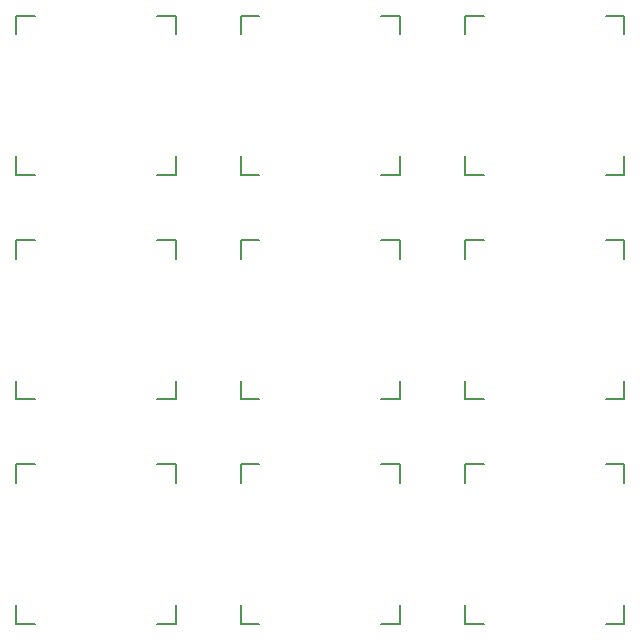
<source format=gbo>
%TF.GenerationSoftware,KiCad,Pcbnew,8.0.8*%
%TF.CreationDate,2025-02-11T21:46:50+01:00*%
%TF.ProjectId,macro33,6d616372-6f33-4332-9e6b-696361645f70,1*%
%TF.SameCoordinates,Original*%
%TF.FileFunction,Legend,Bot*%
%TF.FilePolarity,Positive*%
%FSLAX46Y46*%
G04 Gerber Fmt 4.6, Leading zero omitted, Abs format (unit mm)*
G04 Created by KiCad (PCBNEW 8.0.8) date 2025-02-11 21:46:50*
%MOMM*%
%LPD*%
G01*
G04 APERTURE LIST*
%ADD10C,0.150000*%
%ADD11O,0.800000X1.400000*%
%ADD12C,0.600000*%
%ADD13C,1.900000*%
%ADD14C,1.700000*%
%ADD15C,3.000000*%
%ADD16C,4.100000*%
G04 APERTURE END LIST*
D10*
%TO.C,SW8*%
X75053125Y-117103125D02*
X76640625Y-117103125D01*
X75053125Y-118690625D02*
X75053125Y-117103125D01*
X75053125Y-130596875D02*
X75053125Y-129009375D01*
X76640625Y-130596875D02*
X75053125Y-130596875D01*
X86959375Y-117103125D02*
X88546875Y-117103125D01*
X88546875Y-117103125D02*
X88546875Y-118690625D01*
X88546875Y-129009375D02*
X88546875Y-130596875D01*
X88546875Y-130596875D02*
X86959375Y-130596875D01*
%TO.C,SW1*%
X56053125Y-79103125D02*
X57640625Y-79103125D01*
X56053125Y-80690625D02*
X56053125Y-79103125D01*
X56053125Y-92596875D02*
X56053125Y-91009375D01*
X57640625Y-92596875D02*
X56053125Y-92596875D01*
X67959375Y-79103125D02*
X69546875Y-79103125D01*
X69546875Y-79103125D02*
X69546875Y-80690625D01*
X69546875Y-91009375D02*
X69546875Y-92596875D01*
X69546875Y-92596875D02*
X67959375Y-92596875D01*
%TO.C,SW4*%
X56053125Y-98103125D02*
X57640625Y-98103125D01*
X56053125Y-99690625D02*
X56053125Y-98103125D01*
X56053125Y-111596875D02*
X56053125Y-110009375D01*
X57640625Y-111596875D02*
X56053125Y-111596875D01*
X67959375Y-98103125D02*
X69546875Y-98103125D01*
X69546875Y-98103125D02*
X69546875Y-99690625D01*
X69546875Y-110009375D02*
X69546875Y-111596875D01*
X69546875Y-111596875D02*
X67959375Y-111596875D01*
%TO.C,SW3*%
X94053125Y-79103125D02*
X95640625Y-79103125D01*
X94053125Y-80690625D02*
X94053125Y-79103125D01*
X94053125Y-92596875D02*
X94053125Y-91009375D01*
X95640625Y-92596875D02*
X94053125Y-92596875D01*
X105959375Y-79103125D02*
X107546875Y-79103125D01*
X107546875Y-79103125D02*
X107546875Y-80690625D01*
X107546875Y-91009375D02*
X107546875Y-92596875D01*
X107546875Y-92596875D02*
X105959375Y-92596875D01*
%TO.C,SW7*%
X56053125Y-117103125D02*
X57640625Y-117103125D01*
X56053125Y-118690625D02*
X56053125Y-117103125D01*
X56053125Y-130596875D02*
X56053125Y-129009375D01*
X57640625Y-130596875D02*
X56053125Y-130596875D01*
X67959375Y-117103125D02*
X69546875Y-117103125D01*
X69546875Y-117103125D02*
X69546875Y-118690625D01*
X69546875Y-129009375D02*
X69546875Y-130596875D01*
X69546875Y-130596875D02*
X67959375Y-130596875D01*
%TO.C,SW5*%
X75053125Y-98103125D02*
X76640625Y-98103125D01*
X75053125Y-99690625D02*
X75053125Y-98103125D01*
X75053125Y-111596875D02*
X75053125Y-110009375D01*
X76640625Y-111596875D02*
X75053125Y-111596875D01*
X86959375Y-98103125D02*
X88546875Y-98103125D01*
X88546875Y-98103125D02*
X88546875Y-99690625D01*
X88546875Y-110009375D02*
X88546875Y-111596875D01*
X88546875Y-111596875D02*
X86959375Y-111596875D01*
%TO.C,SW2*%
X75053125Y-79103125D02*
X76640625Y-79103125D01*
X75053125Y-80690625D02*
X75053125Y-79103125D01*
X75053125Y-92596875D02*
X75053125Y-91009375D01*
X76640625Y-92596875D02*
X75053125Y-92596875D01*
X86959375Y-79103125D02*
X88546875Y-79103125D01*
X88546875Y-79103125D02*
X88546875Y-80690625D01*
X88546875Y-91009375D02*
X88546875Y-92596875D01*
X88546875Y-92596875D02*
X86959375Y-92596875D01*
%TO.C,SW6*%
X94053125Y-98103125D02*
X95640625Y-98103125D01*
X94053125Y-99690625D02*
X94053125Y-98103125D01*
X94053125Y-111596875D02*
X94053125Y-110009375D01*
X95640625Y-111596875D02*
X94053125Y-111596875D01*
X105959375Y-98103125D02*
X107546875Y-98103125D01*
X107546875Y-98103125D02*
X107546875Y-99690625D01*
X107546875Y-110009375D02*
X107546875Y-111596875D01*
X107546875Y-111596875D02*
X105959375Y-111596875D01*
%TO.C,SW9*%
X94053125Y-117103125D02*
X95640625Y-117103125D01*
X94053125Y-118690625D02*
X94053125Y-117103125D01*
X94053125Y-130596875D02*
X94053125Y-129009375D01*
X95640625Y-130596875D02*
X94053125Y-130596875D01*
X105959375Y-117103125D02*
X107546875Y-117103125D01*
X107546875Y-117103125D02*
X107546875Y-118690625D01*
X107546875Y-129009375D02*
X107546875Y-130596875D01*
X107546875Y-130596875D02*
X105959375Y-130596875D01*
%TD*%
%LPC*%
D11*
%TO.C,USBC1*%
X77630000Y-65640000D03*
X85890000Y-65640000D03*
X86250000Y-61250000D03*
X77270000Y-61250000D03*
D12*
X78960000Y-66240000D03*
X79360000Y-65540000D03*
X80160000Y-65540000D03*
X80560000Y-66240000D03*
X80960000Y-65540000D03*
X81360000Y-66240000D03*
X82160000Y-66240000D03*
X82560000Y-65540000D03*
X82960000Y-66240000D03*
X83360000Y-65540000D03*
X84160000Y-65540000D03*
X84560000Y-66240000D03*
%TD*%
D13*
%TO.C,SW8*%
X76300000Y-123850000D03*
D14*
X76720000Y-123850000D03*
D15*
X76800000Y-120150000D03*
D14*
X77300000Y-123850000D03*
D15*
X77990000Y-126390000D03*
X81800000Y-117950000D03*
D16*
X81800000Y-123850000D03*
D15*
X84340000Y-128930000D03*
D14*
X86300000Y-123850000D03*
X86880000Y-123850000D03*
D13*
X87300000Y-123850000D03*
%TD*%
%TO.C,SW1*%
X57300000Y-85850000D03*
D14*
X57720000Y-85850000D03*
D15*
X57800000Y-82150000D03*
D14*
X58300000Y-85850000D03*
D15*
X58990000Y-88390000D03*
X62800000Y-79950000D03*
D16*
X62800000Y-85850000D03*
D15*
X65340000Y-90930000D03*
D14*
X67300000Y-85850000D03*
X67880000Y-85850000D03*
D13*
X68300000Y-85850000D03*
%TD*%
%TO.C,SW4*%
X57300000Y-104850000D03*
D14*
X57720000Y-104850000D03*
D15*
X57800000Y-101150000D03*
D14*
X58300000Y-104850000D03*
D15*
X58990000Y-107390000D03*
X62800000Y-98950000D03*
D16*
X62800000Y-104850000D03*
D15*
X65340000Y-109930000D03*
D14*
X67300000Y-104850000D03*
X67880000Y-104850000D03*
D13*
X68300000Y-104850000D03*
%TD*%
%TO.C,SW3*%
X95300000Y-85850000D03*
D14*
X95720000Y-85850000D03*
D15*
X95800000Y-82150000D03*
D14*
X96300000Y-85850000D03*
D15*
X96990000Y-88390000D03*
X100800000Y-79950000D03*
D16*
X100800000Y-85850000D03*
D15*
X103340000Y-90930000D03*
D14*
X105300000Y-85850000D03*
X105880000Y-85850000D03*
D13*
X106300000Y-85850000D03*
%TD*%
%TO.C,SW7*%
X57300000Y-123850000D03*
D14*
X57720000Y-123850000D03*
D15*
X57800000Y-120150000D03*
D14*
X58300000Y-123850000D03*
D15*
X58990000Y-126390000D03*
X62800000Y-117950000D03*
D16*
X62800000Y-123850000D03*
D15*
X65340000Y-128930000D03*
D14*
X67300000Y-123850000D03*
X67880000Y-123850000D03*
D13*
X68300000Y-123850000D03*
%TD*%
%TO.C,SW5*%
X76300000Y-104850000D03*
D14*
X76720000Y-104850000D03*
D15*
X76800000Y-101150000D03*
D14*
X77300000Y-104850000D03*
D15*
X77990000Y-107390000D03*
X81800000Y-98950000D03*
D16*
X81800000Y-104850000D03*
D15*
X84340000Y-109930000D03*
D14*
X86300000Y-104850000D03*
X86880000Y-104850000D03*
D13*
X87300000Y-104850000D03*
%TD*%
%TO.C,SW2*%
X76300000Y-85850000D03*
D14*
X76720000Y-85850000D03*
D15*
X76800000Y-82150000D03*
D14*
X77300000Y-85850000D03*
D15*
X77990000Y-88390000D03*
X81800000Y-79950000D03*
D16*
X81800000Y-85850000D03*
D15*
X84340000Y-90930000D03*
D14*
X86300000Y-85850000D03*
X86880000Y-85850000D03*
D13*
X87300000Y-85850000D03*
%TD*%
%TO.C,SW6*%
X95300000Y-104850000D03*
D14*
X95720000Y-104850000D03*
D15*
X95800000Y-101150000D03*
D14*
X96300000Y-104850000D03*
D15*
X96990000Y-107390000D03*
X100800000Y-98950000D03*
D16*
X100800000Y-104850000D03*
D15*
X103340000Y-109930000D03*
D14*
X105300000Y-104850000D03*
X105880000Y-104850000D03*
D13*
X106300000Y-104850000D03*
%TD*%
%TO.C,SW9*%
X95300000Y-123850000D03*
D14*
X95720000Y-123850000D03*
D15*
X95800000Y-120150000D03*
D14*
X96300000Y-123850000D03*
D15*
X96990000Y-126390000D03*
X100800000Y-117950000D03*
D16*
X100800000Y-123850000D03*
D15*
X103340000Y-128930000D03*
D14*
X105300000Y-123850000D03*
X105880000Y-123850000D03*
D13*
X106300000Y-123850000D03*
%TD*%
%LPD*%
M02*

</source>
